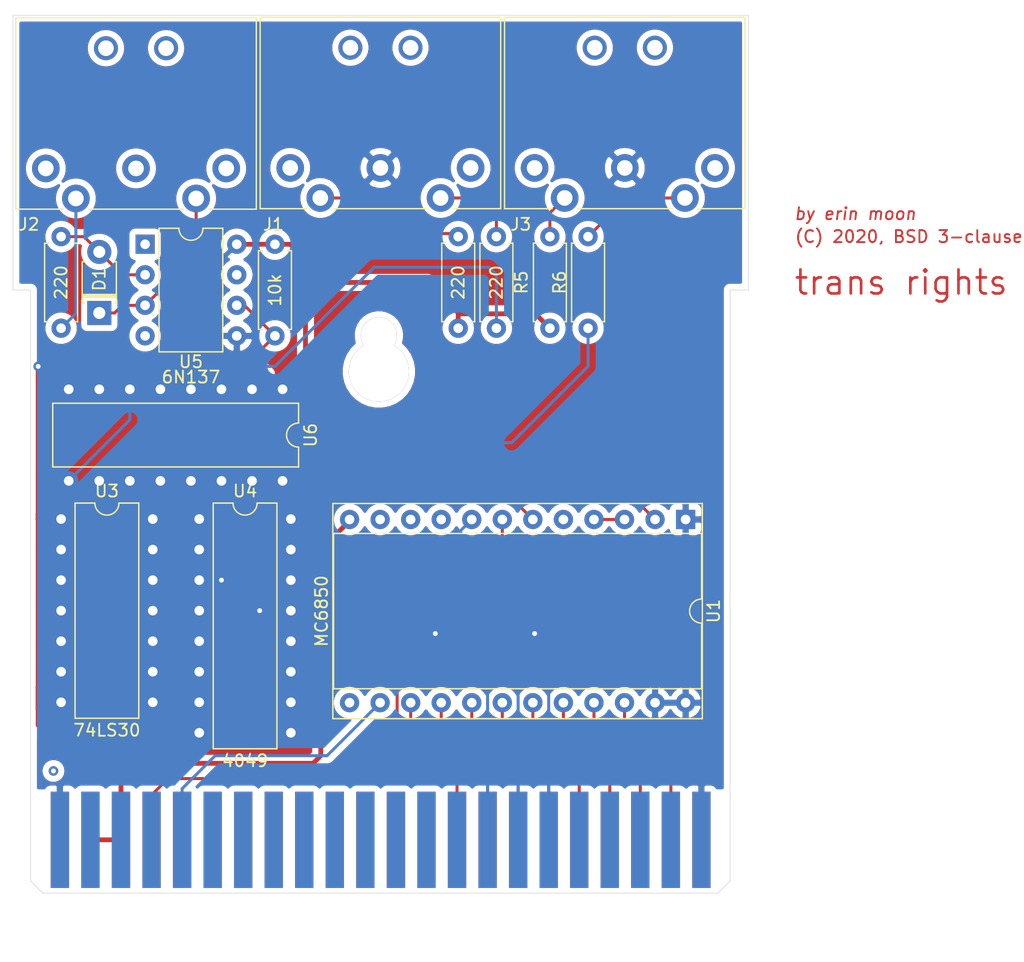
<source format=kicad_pcb>
(kicad_pcb (version 20171130) (host pcbnew 5.1.6)
  (layers (0 F.Cu signal) (31 B.Cu signal) (34 B.Paste user) (35 F.Paste user) (36 B.SilkS user) (37 F.SilkS user) (38 B.Mask user) (39 F.Mask user) (44 Edge.Cuts user))
  (net 0 "")
  (net 1 /d2)
  (net 2 /d3)
  (net 3 /d4)
  (net 4 /d5)
  (net 5 /d6)
  (net 6 /d7)
  (net 7 /phi2)
  (net 8 +5V)
  (net 9 /CS0)
  (net 10 /TxD)
  (net 11 GND)
  (net 12 /6850_CLK)
  (net 13 /d0)
  (net 14 /RxD)
  (net 15 /d1)
  (net 16 "Net-(U2-Pad6)")
  (net 17 "Net-(U2-Pad7)")
  (net 18 "Net-(U2-Pad8)")
  (net 19 "Net-(U2-Pad9)")
  (net 20 "Net-(U2-Pad10)")
  (net 21 "Net-(U2-Pad11)")
  (net 22 "Net-(U2-Pad13)")
  (net 23 "Net-(U2-Pad12)")
  (net 24 "Net-(U2-PadF)")
  (net 25 "Net-(U2-PadH)")
  (net 26 "Net-(U2-PadJ)")
  (net 27 "Net-(U2-PadK)")
  (net 28 "Net-(U2-PadL)")
  (net 29 "Net-(U2-PadM)")
  (net 30 "Net-(U2-PadB)")
  (net 31 "Net-(U2-PadC)")
  (net 32 "Net-(U2-PadD)")
  (net 33 "Net-(U2-PadV)")
  (net 34 "Net-(U2-PadW)")
  (net 35 "Net-(U2-PadY)")
  (net 36 "Net-(U2-PadR)")
  (net 37 "Net-(U2-PadP)")
  (net 38 "Net-(U2-PadN)")
  (net 39 /~irq~)
  (net 40 /cart-r~w~)
  (net 41 "Net-(U3-Pad5)")
  (net 42 "Net-(U3-Pad4)")
  (net 43 "Net-(U3-Pad3)")
  (net 44 "Net-(U3-Pad2)")
  (net 45 "Net-(U3-Pad8)")
  (net 46 "Net-(U3-Pad1)")
  (net 47 /~io1~)
  (net 48 /a5)
  (net 49 /a6)
  (net 50 /asel0)
  (net 51 /a4)
  (net 52 "Net-(J1-Pad5)")
  (net 53 "Net-(J1-Pad3)")
  (net 54 "Net-(J1-Pad1)")
  (net 55 "Net-(J1-Pad4)")
  (net 56 "Net-(J2-Pad3)")
  (net 57 "Net-(J2-Pad2)")
  (net 58 "Net-(J2-Pad1)")
  (net 59 "Net-(J2-Pad4)")
  (net 60 "Net-(J3-Pad5)")
  (net 61 "Net-(J3-Pad3)")
  (net 62 "Net-(J3-Pad1)")
  (net 63 "Net-(J3-Pad4)")
  (net 64 "Net-(D1-Pad2)")
  (net 65 "Net-(D1-Pad1)")
  (net 66 /midi_in)
  (net 67 "Net-(U5-Pad7)")
  (net 68 "Net-(U5-Pad1)")
  (net 69 /midi_out)
  (net 70 /midi_thru)
  (net 71 "Net-(U6-Pad2)")
  (net 72 "Net-(U6-Pad6)")
  (net 73 /a1)
  (module Package_DIP:DIP-16_W7.62mm (layer F.Cu) (at 110.49 90.17 270)
    (fp_text reference U6 (at 3.81 -2.33 90) (layer F.SilkS))
    (fp_text value 4049)
    (fp_line (start 6.46 -1.33) (end 4.81 -1.33) (layer F.SilkS) (width 0.12))
    (fp_line (start 6.46 19.11) (end 6.46 -1.33) (layer F.SilkS) (width 0.12))
    (fp_line (start 1.16 19.11) (end 6.46 19.11) (layer F.SilkS) (width 0.12))
    (fp_line (start 1.16 -1.33) (end 1.16 19.11) (layer F.SilkS) (width 0.12))
    (fp_line (start 2.81 -1.33) (end 1.16 -1.33) (layer F.SilkS) (width 0.12))
    (fp_arc (start 3.81 -1.33) (end 2.81 -1.33) (angle -180) (layer F.SilkS) (width 0.12))
    (pad 1 thru_hole rect (at 0 0 270) (size 1.6 1.6) (drill 0.8) (layers *.Cu *.Mask) (net 8 +5V))
    (pad 9 thru_hole oval (at 7.62 17.78 270) (size 1.6 1.6) (drill 0.8) (layers *.Cu *.Mask) (net 72 "Net-(U6-Pad6)"))
    (pad 2 thru_hole oval (at 0 2.54 270) (size 1.6 1.6) (drill 0.8) (layers *.Cu *.Mask) (net 71 "Net-(U6-Pad2)"))
    (pad 10 thru_hole oval (at 7.62 15.24 270) (size 1.6 1.6) (drill 0.8) (layers *.Cu *.Mask) (net 69 /midi_out))
    (pad 3 thru_hole oval (at 0 5.08 270) (size 1.6 1.6) (drill 0.8) (layers *.Cu *.Mask) (net 14 /RxD))
    (pad 11 thru_hole oval (at 7.62 12.7 270) (size 1.6 1.6) (drill 0.8) (layers *.Cu *.Mask))
    (pad 4 thru_hole oval (at 0 7.62 270) (size 1.6 1.6) (drill 0.8) (layers *.Cu *.Mask) (net 70 /midi_thru))
    (pad 12 thru_hole oval (at 7.62 10.16 270) (size 1.6 1.6) (drill 0.8) (layers *.Cu *.Mask))
    (pad 5 thru_hole oval (at 0 10.16 270) (size 1.6 1.6) (drill 0.8) (layers *.Cu *.Mask) (net 71 "Net-(U6-Pad2)"))
    (pad 13 thru_hole oval (at 7.62 7.62 270) (size 1.6 1.6) (drill 0.8) (layers *.Cu *.Mask))
    (pad 6 thru_hole oval (at 0 12.7 270) (size 1.6 1.6) (drill 0.8) (layers *.Cu *.Mask) (net 72 "Net-(U6-Pad6)"))
    (pad 14 thru_hole oval (at 7.62 5.08 270) (size 1.6 1.6) (drill 0.8) (layers *.Cu *.Mask))
    (pad 7 thru_hole oval (at 0 15.24 270) (size 1.6 1.6) (drill 0.8) (layers *.Cu *.Mask) (net 10 /TxD))
    (pad 15 thru_hole oval (at 7.62 2.54 270) (size 1.6 1.6) (drill 0.8) (layers *.Cu *.Mask))
    (pad 8 thru_hole oval (at 0 17.78 270) (size 1.6 1.6) (drill 0.8) (layers *.Cu *.Mask) (net 11 GND))
    (pad 16 thru_hole oval (at 7.62 0 270) (size 1.6 1.6) (drill 0.8) (layers *.Cu *.Mask))
  )
  (module Package_DIP:DIP-16_W7.62mm (layer F.Cu) (at 103.56 100.965)
    (fp_text reference U4 (at 3.81 -2.33) (layer F.SilkS))
    (fp_text value 4049 (at 3.81 20.11) (layer F.SilkS))
    (fp_line (start 6.46 -1.33) (end 4.81 -1.33) (layer F.SilkS) (width 0.12))
    (fp_line (start 6.46 19.11) (end 6.46 -1.33) (layer F.SilkS) (width 0.12))
    (fp_line (start 1.16 19.11) (end 6.46 19.11) (layer F.SilkS) (width 0.12))
    (fp_line (start 1.16 -1.33) (end 1.16 19.11) (layer F.SilkS) (width 0.12))
    (fp_line (start 2.81 -1.33) (end 1.16 -1.33) (layer F.SilkS) (width 0.12))
    (fp_arc (start 3.81 -1.33) (end 2.81 -1.33) (angle -180) (layer F.SilkS) (width 0.12))
    (pad 1 thru_hole rect (at 0 0) (size 1.6 1.6) (drill 0.8) (layers *.Cu *.Mask) (net 8 +5V))
    (pad 9 thru_hole oval (at 7.62 17.78) (size 1.6 1.6) (drill 0.8) (layers *.Cu *.Mask) (net 47 /~io1~))
    (pad 2 thru_hole oval (at 0 2.54) (size 1.6 1.6) (drill 0.8) (layers *.Cu *.Mask) (net 46 "Net-(U3-Pad1)"))
    (pad 10 thru_hole oval (at 7.62 15.24) (size 1.6 1.6) (drill 0.8) (layers *.Cu *.Mask) (net 42 "Net-(U3-Pad4)"))
    (pad 3 thru_hole oval (at 0 5.08) (size 1.6 1.6) (drill 0.8) (layers *.Cu *.Mask) (net 49 /a6))
    (pad 11 thru_hole oval (at 7.62 12.7) (size 1.6 1.6) (drill 0.8) (layers *.Cu *.Mask) (net 50 /asel0))
    (pad 4 thru_hole oval (at 0 7.62) (size 1.6 1.6) (drill 0.8) (layers *.Cu *.Mask) (net 44 "Net-(U3-Pad2)"))
    (pad 12 thru_hole oval (at 7.62 10.16) (size 1.6 1.6) (drill 0.8) (layers *.Cu *.Mask) (net 41 "Net-(U3-Pad5)"))
    (pad 5 thru_hole oval (at 0 10.16) (size 1.6 1.6) (drill 0.8) (layers *.Cu *.Mask) (net 48 /a5))
    (pad 13 thru_hole oval (at 7.62 7.62) (size 1.6 1.6) (drill 0.8) (layers *.Cu *.Mask))
    (pad 6 thru_hole oval (at 0 12.7) (size 1.6 1.6) (drill 0.8) (layers *.Cu *.Mask) (net 43 "Net-(U3-Pad3)"))
    (pad 14 thru_hole oval (at 7.62 5.08) (size 1.6 1.6) (drill 0.8) (layers *.Cu *.Mask) (net 45 "Net-(U3-Pad8)"))
    (pad 7 thru_hole oval (at 0 15.24) (size 1.6 1.6) (drill 0.8) (layers *.Cu *.Mask) (net 51 /a4))
    (pad 15 thru_hole oval (at 7.62 2.54) (size 1.6 1.6) (drill 0.8) (layers *.Cu *.Mask) (net 9 /CS0))
    (pad 8 thru_hole oval (at 0 17.78) (size 1.6 1.6) (drill 0.8) (layers *.Cu *.Mask) (net 11 GND))
    (pad 16 thru_hole oval (at 7.62 0) (size 1.6 1.6) (drill 0.8) (layers *.Cu *.Mask))
  )
  (module Package_DIP:DIP-14_W7.62mm (layer F.Cu) (at 92.075 100.965)
    (fp_text reference U3 (at 3.81 -2.33) (layer F.SilkS))
    (fp_text value 74LS30 (at 3.81 17.57) (layer F.SilkS))
    (fp_line (start 6.46 -1.33) (end 4.81 -1.33) (layer F.SilkS) (width 0.12))
    (fp_line (start 6.46 16.57) (end 6.46 -1.33) (layer F.SilkS) (width 0.12))
    (fp_line (start 1.16 16.57) (end 6.46 16.57) (layer F.SilkS) (width 0.12))
    (fp_line (start 1.16 -1.33) (end 1.16 16.57) (layer F.SilkS) (width 0.12))
    (fp_line (start 2.81 -1.33) (end 1.16 -1.33) (layer F.SilkS) (width 0.12))
    (fp_arc (start 3.81 -1.33) (end 2.81 -1.33) (angle -180) (layer F.SilkS) (width 0.12))
    (pad 1 thru_hole rect (at 0 0) (size 1.6 1.6) (drill 0.8) (layers *.Cu *.Mask) (net 46 "Net-(U3-Pad1)"))
    (pad 8 thru_hole oval (at 7.62 15.24) (size 1.6 1.6) (drill 0.8) (layers *.Cu *.Mask) (net 45 "Net-(U3-Pad8)"))
    (pad 2 thru_hole oval (at 0 2.54) (size 1.6 1.6) (drill 0.8) (layers *.Cu *.Mask) (net 44 "Net-(U3-Pad2)"))
    (pad 9 thru_hole oval (at 7.62 12.7) (size 1.6 1.6) (drill 0.8) (layers *.Cu *.Mask))
    (pad 3 thru_hole oval (at 0 5.08) (size 1.6 1.6) (drill 0.8) (layers *.Cu *.Mask) (net 43 "Net-(U3-Pad3)"))
    (pad 10 thru_hole oval (at 7.62 10.16) (size 1.6 1.6) (drill 0.8) (layers *.Cu *.Mask))
    (pad 4 thru_hole oval (at 0 7.62) (size 1.6 1.6) (drill 0.8) (layers *.Cu *.Mask) (net 42 "Net-(U3-Pad4)"))
    (pad 11 thru_hole oval (at 7.62 7.62) (size 1.6 1.6) (drill 0.8) (layers *.Cu *.Mask) (net 8 +5V))
    (pad 5 thru_hole oval (at 0 10.16) (size 1.6 1.6) (drill 0.8) (layers *.Cu *.Mask) (net 41 "Net-(U3-Pad5)"))
    (pad 12 thru_hole oval (at 7.62 5.08) (size 1.6 1.6) (drill 0.8) (layers *.Cu *.Mask) (net 8 +5V))
    (pad 6 thru_hole oval (at 0 12.7) (size 1.6 1.6) (drill 0.8) (layers *.Cu *.Mask) (net 8 +5V))
    (pad 13 thru_hole oval (at 7.62 2.54) (size 1.6 1.6) (drill 0.8) (layers *.Cu *.Mask))
    (pad 7 thru_hole oval (at 0 15.24) (size 1.6 1.6) (drill 0.8) (layers *.Cu *.Mask) (net 11 GND))
    (pad 14 thru_hole oval (at 7.62 0) (size 1.6 1.6) (drill 0.8) (layers *.Cu *.Mask) (net 8 +5V))
  )
  (module midiskirt:C64-Cart-NoSilkS (layer F.Cu) (at 89.434999 131.585)
    (fp_text reference U2 hide)
    (fp_text value C64-Exp-Port hide)
    (pad 1 smd rect (at 2.54 -3.938274 180) (size 1.524 8) (layers F.Cu F.Mask) (net 11 GND))
    (pad 4 smd rect (at 10.16 -3.938274 180) (size 1.524 8) (layers F.Cu F.Mask) (net 39 /~irq~))
    (pad 5 smd rect (at 12.7 -3.938274 180) (size 1.524 8) (layers F.Cu F.Mask) (net 40 /cart-r~w~))
    (pad 6 smd rect (at 15.24 -3.938274 180) (size 1.524 8) (layers F.Cu F.Mask) (net 16 "Net-(U2-Pad6)"))
    (pad 7 smd rect (at 17.78 -3.938274 180) (size 1.524 8) (layers F.Cu F.Mask) (net 17 "Net-(U2-Pad7)"))
    (pad 8 smd rect (at 20.32 -3.938274 180) (size 1.524 8) (layers F.Cu F.Mask) (net 18 "Net-(U2-Pad8)"))
    (pad 9 smd rect (at 22.86 -3.938274 180) (size 1.524 8) (layers F.Cu F.Mask) (net 19 "Net-(U2-Pad9)"))
    (pad 10 smd rect (at 25.4 -3.938274 180) (size 1.524 8) (layers F.Cu F.Mask) (net 20 "Net-(U2-Pad10)"))
    (pad 11 smd rect (at 27.94 -3.938274 180) (size 1.524 8) (layers F.Cu F.Mask) (net 21 "Net-(U2-Pad11)"))
    (pad 13 smd rect (at 33.02 -3.938274 180) (size 1.524 8) (layers F.Cu F.Mask) (net 22 "Net-(U2-Pad13)"))
    (pad 14 smd rect (at 35.56 -3.938274 180) (size 1.524 8) (layers F.Cu F.Mask) (net 6 /d7))
    (pad 12 smd rect (at 30.48 -3.938274 180) (size 1.524 8) (layers F.Cu F.Mask) (net 23 "Net-(U2-Pad12)"))
    (pad 2 smd rect (at 5.08 -3.938274 180) (size 1.524 8) (layers F.Cu F.Mask) (net 8 +5V))
    (pad 3 smd rect (at 7.62 -3.938274 180) (size 1.524 8) (layers F.Cu F.Mask) (net 8 +5V))
    (pad 15 smd rect (at 38.1 -3.938274 180) (size 1.524 8) (layers F.Cu F.Mask) (net 5 /d6))
    (pad 16 smd rect (at 40.64 -3.938274 180) (size 1.524 8) (layers F.Cu F.Mask) (net 4 /d5))
    (pad 17 smd rect (at 43.18 -3.938274 180) (size 1.524 8) (layers F.Cu F.Mask) (net 3 /d4))
    (pad 18 smd rect (at 45.72 -3.938274 180) (size 1.524 8) (layers F.Cu F.Mask) (net 2 /d3))
    (pad 19 smd rect (at 48.26 -3.938274 180) (size 1.524 8) (layers F.Cu F.Mask) (net 1 /d2))
    (pad 20 smd rect (at 50.8 -3.938274 180) (size 1.524 8) (layers F.Cu F.Mask) (net 15 /d1))
    (pad 21 smd rect (at 53.34 -3.938274 180) (size 1.524 8) (layers F.Cu F.Mask) (net 13 /d0))
    (pad 22 smd rect (at 55.88 -3.938274 180) (size 1.524 8) (layers F.Cu F.Mask) (net 11 GND))
    (pad F smd rect (at 15.24 -3.938274) (size 1.524 8) (layers B.Cu B.Mask) (net 24 "Net-(U2-PadF)"))
    (pad H smd rect (at 17.78 -3.938274) (size 1.524 8) (layers B.Cu B.Mask) (net 25 "Net-(U2-PadH)"))
    (pad J smd rect (at 20.32 -3.938274) (size 1.524 8) (layers B.Cu B.Mask) (net 26 "Net-(U2-PadJ)"))
    (pad K smd rect (at 22.86 -3.938274) (size 1.524 8) (layers B.Cu B.Mask) (net 27 "Net-(U2-PadK)"))
    (pad L smd rect (at 25.4 -3.938274) (size 1.524 8) (layers B.Cu B.Mask) (net 28 "Net-(U2-PadL)"))
    (pad M smd rect (at 27.94 -3.938274) (size 1.524 8) (layers B.Cu B.Mask) (net 29 "Net-(U2-PadM)"))
    (pad B smd rect (at 5.08 -3.938274) (size 1.524 8) (layers B.Cu B.Mask) (net 30 "Net-(U2-PadB)"))
    (pad C smd rect (at 7.62 -3.938274) (size 1.524 8) (layers B.Cu B.Mask) (net 31 "Net-(U2-PadC)"))
    (pad D smd rect (at 10.16 -3.938274) (size 1.524 8) (layers B.Cu B.Mask) (net 32 "Net-(U2-PadD)"))
    (pad E smd rect (at 12.7 -3.938274) (size 1.524 8) (layers B.Cu B.Mask) (net 7 /phi2))
    (pad A smd rect (at 2.54 -3.938274) (size 1.524 8) (layers B.Cu B.Mask) (net 11 GND))
    (pad U smd rect (at 43.18 -3.938274) (size 1.524 8) (layers B.Cu B.Mask) (net 51 /a4))
    (pad V smd rect (at 45.72 -3.938274) (size 1.524 8) (layers B.Cu B.Mask) (net 33 "Net-(U2-PadV)"))
    (pad W smd rect (at 48.26 -3.938274) (size 1.524 8) (layers B.Cu B.Mask) (net 34 "Net-(U2-PadW)"))
    (pad X smd rect (at 50.8 -3.938274) (size 1.524 8) (layers B.Cu B.Mask) (net 73 /a1))
    (pad Y smd rect (at 53.34 -3.938274) (size 1.524 8) (layers B.Cu B.Mask) (net 35 "Net-(U2-PadY)"))
    (pad Z smd rect (at 55.88 -3.938274) (size 1.524 8) (layers B.Cu B.Mask) (net 11 GND))
    (pad R smd rect (at 35.56 -3.938274) (size 1.524 8) (layers B.Cu B.Mask) (net 36 "Net-(U2-PadR)"))
    (pad S smd rect (at 38.1 -3.938274) (size 1.524 8) (layers B.Cu B.Mask) (net 49 /a6))
    (pad T smd rect (at 40.64 -3.938274) (size 1.524 8) (layers B.Cu B.Mask) (net 48 /a5))
    (pad P smd rect (at 33.02 -3.938274) (size 1.524 8) (layers B.Cu B.Mask) (net 37 "Net-(U2-PadP)"))
    (pad N smd rect (at 30.48 -3.938274) (size 1.524 8) (layers B.Cu B.Mask) (net 38 "Net-(U2-PadN)"))
    (pad NC thru_hole circle (at 29.0627 -42.8954) (size 5 5) (drill 5) (layers *.Cu *.Mask))
    (pad NC thru_hole circle (at 29.0627 -45.9) (size 3 3) (drill 3) (layers *.Cu *.Mask))
  )
  (module Resistor_THT:R_Axial_DIN0207_L6.3mm_D2.5mm_P7.62mm_Horizontal (layer F.Cu) (at 135.89 85.09 90)
    (fp_text reference R6 (at 3.81 -2.37 90) (layer F.SilkS))
    (fp_text value 220)
    (fp_line (start 7.08 1.37) (end 7.08 1.04) (layer F.SilkS) (width 0.12))
    (fp_line (start 0.54 1.37) (end 7.08 1.37) (layer F.SilkS) (width 0.12))
    (fp_line (start 0.54 1.04) (end 0.54 1.37) (layer F.SilkS) (width 0.12))
    (fp_line (start 7.08 -1.37) (end 7.08 -1.04) (layer F.SilkS) (width 0.12))
    (fp_line (start 0.54 -1.37) (end 7.08 -1.37) (layer F.SilkS) (width 0.12))
    (fp_line (start 0.54 -1.04) (end 0.54 -1.37) (layer F.SilkS) (width 0.12))
    (pad 1 thru_hole circle (at 0 0 90) (size 1.6 1.6) (drill 0.8) (layers *.Cu *.Mask))
    (pad 2 thru_hole oval (at 7.62 0 90) (size 1.6 1.6) (drill 0.8) (layers *.Cu *.Mask) (net 60 "Net-(J3-Pad5)"))
  )
  (module Resistor_THT:R_Axial_DIN0207_L6.3mm_D2.5mm_P7.62mm_Horizontal (layer F.Cu) (at 132.715 85.09 90)
    (fp_text reference R5 (at 3.81 -2.37 90) (layer F.SilkS))
    (fp_text value 220)
    (fp_line (start 0.54 -1.04) (end 0.54 -1.37) (layer F.SilkS) (width 0.12))
    (fp_line (start 0.54 -1.37) (end 7.08 -1.37) (layer F.SilkS) (width 0.12))
    (fp_line (start 7.08 -1.37) (end 7.08 -1.04) (layer F.SilkS) (width 0.12))
    (fp_line (start 0.54 1.04) (end 0.54 1.37) (layer F.SilkS) (width 0.12))
    (fp_line (start 0.54 1.37) (end 7.08 1.37) (layer F.SilkS) (width 0.12))
    (fp_line (start 7.08 1.37) (end 7.08 1.04) (layer F.SilkS) (width 0.12))
    (pad 2 thru_hole oval (at 7.62 0 90) (size 1.6 1.6) (drill 0.8) (layers *.Cu *.Mask) (net 63 "Net-(J3-Pad4)"))
    (pad 1 thru_hole circle (at 0 0 90) (size 1.6 1.6) (drill 0.8) (layers *.Cu *.Mask) (net 8 +5V))
  )
  (module Package_DIP:DIP-8_W7.62mm (layer F.Cu) (at 99.06 78.105)
    (fp_text reference U5 (at 3.81 9.779) (layer F.SilkS))
    (fp_text value 6N137 (at 3.81 11.049) (layer F.SilkS))
    (fp_arc (start 3.81 -1.33) (end 2.81 -1.33) (angle -180) (layer F.SilkS) (width 0.12))
    (fp_line (start 2.81 -1.33) (end 1.16 -1.33) (layer F.SilkS) (width 0.12))
    (fp_line (start 1.16 -1.33) (end 1.16 8.95) (layer F.SilkS) (width 0.12))
    (fp_line (start 1.16 8.95) (end 6.46 8.95) (layer F.SilkS) (width 0.12))
    (fp_line (start 6.46 8.95) (end 6.46 -1.33) (layer F.SilkS) (width 0.12))
    (fp_line (start 6.46 -1.33) (end 4.81 -1.33) (layer F.SilkS) (width 0.12))
    (pad 8 thru_hole oval (at 7.62 0) (size 1.6 1.6) (drill 0.8) (layers *.Cu *.Mask) (net 8 +5V))
    (pad 4 thru_hole oval (at 0 7.62) (size 1.6 1.6) (drill 0.8) (layers *.Cu *.Mask))
    (pad 7 thru_hole oval (at 7.62 2.54) (size 1.6 1.6) (drill 0.8) (layers *.Cu *.Mask) (net 67 "Net-(U5-Pad7)"))
    (pad 3 thru_hole oval (at 0 5.08) (size 1.6 1.6) (drill 0.8) (layers *.Cu *.Mask) (net 65 "Net-(D1-Pad1)"))
    (pad 6 thru_hole oval (at 7.62 5.08) (size 1.6 1.6) (drill 0.8) (layers *.Cu *.Mask) (net 66 /midi_in))
    (pad 2 thru_hole oval (at 0 2.54) (size 1.6 1.6) (drill 0.8) (layers *.Cu *.Mask) (net 64 "Net-(D1-Pad2)"))
    (pad 5 thru_hole oval (at 7.62 7.62) (size 1.6 1.6) (drill 0.8) (layers *.Cu *.Mask) (net 11 GND))
    (pad 1 thru_hole rect (at 0 0) (size 1.6 1.6) (drill 0.8) (layers *.Cu *.Mask) (net 68 "Net-(U5-Pad1)"))
  )
  (module Resistor_THT:R_Axial_DIN0207_L6.3mm_D2.5mm_P7.62mm_Horizontal (layer F.Cu) (at 128.27 85.09 90)
    (fp_text reference R4 hide)
    (fp_text value 220 (at 3.81 0 90) (layer F.SilkS))
    (fp_line (start 7.08 1.37) (end 7.08 1.04) (layer F.SilkS) (width 0.12))
    (fp_line (start 0.54 1.37) (end 7.08 1.37) (layer F.SilkS) (width 0.12))
    (fp_line (start 0.54 1.04) (end 0.54 1.37) (layer F.SilkS) (width 0.12))
    (fp_line (start 7.08 -1.37) (end 7.08 -1.04) (layer F.SilkS) (width 0.12))
    (fp_line (start 0.54 -1.37) (end 7.08 -1.37) (layer F.SilkS) (width 0.12))
    (fp_line (start 0.54 -1.04) (end 0.54 -1.37) (layer F.SilkS) (width 0.12))
    (pad 1 thru_hole circle (at 0 0 90) (size 1.6 1.6) (drill 0.8) (layers *.Cu *.Mask))
    (pad 2 thru_hole oval (at 7.62 0 90) (size 1.6 1.6) (drill 0.8) (layers *.Cu *.Mask) (net 52 "Net-(J1-Pad5)"))
  )
  (module Resistor_THT:R_Axial_DIN0207_L6.3mm_D2.5mm_P7.62mm_Horizontal (layer F.Cu) (at 125.095 85.09 90)
    (fp_text reference R3 hide)
    (fp_text value 220 (at 3.81 0 90) (layer F.SilkS))
    (fp_line (start 7.08 1.37) (end 7.08 1.04) (layer F.SilkS) (width 0.12))
    (fp_line (start 0.54 1.37) (end 7.08 1.37) (layer F.SilkS) (width 0.12))
    (fp_line (start 0.54 1.04) (end 0.54 1.37) (layer F.SilkS) (width 0.12))
    (fp_line (start 7.08 -1.37) (end 7.08 -1.04) (layer F.SilkS) (width 0.12))
    (fp_line (start 0.54 -1.37) (end 7.08 -1.37) (layer F.SilkS) (width 0.12))
    (fp_line (start 0.54 -1.04) (end 0.54 -1.37) (layer F.SilkS) (width 0.12))
    (pad 1 thru_hole circle (at 0 0 90) (size 1.6 1.6) (drill 0.8) (layers *.Cu *.Mask) (net 8 +5V))
    (pad 2 thru_hole oval (at 7.62 0 90) (size 1.6 1.6) (drill 0.8) (layers *.Cu *.Mask) (net 55 "Net-(J1-Pad4)"))
  )
  (module Resistor_THT:R_Axial_DIN0207_L6.3mm_D2.5mm_P7.62mm_Horizontal (layer F.Cu) (at 109.855 78.105 270)
    (fp_text reference R2 hide)
    (fp_text value 10k (at 3.81 0 90) (layer F.SilkS))
    (fp_line (start 7.08 1.37) (end 7.08 1.04) (layer F.SilkS) (width 0.12))
    (fp_line (start 0.54 1.37) (end 7.08 1.37) (layer F.SilkS) (width 0.12))
    (fp_line (start 0.54 1.04) (end 0.54 1.37) (layer F.SilkS) (width 0.12))
    (fp_line (start 7.08 -1.37) (end 7.08 -1.04) (layer F.SilkS) (width 0.12))
    (fp_line (start 0.54 -1.37) (end 7.08 -1.37) (layer F.SilkS) (width 0.12))
    (fp_line (start 0.54 -1.04) (end 0.54 -1.37) (layer F.SilkS) (width 0.12))
    (pad 1 thru_hole circle (at 0 0 270) (size 1.6 1.6) (drill 0.8) (layers *.Cu *.Mask) (net 8 +5V))
    (pad 2 thru_hole oval (at 7.62 0 270) (size 1.6 1.6) (drill 0.8) (layers *.Cu *.Mask) (net 66 /midi_in))
  )
  (module Resistor_THT:R_Axial_DIN0207_L6.3mm_D2.5mm_P7.62mm_Horizontal (layer F.Cu) (at 92.075 77.47 270)
    (fp_text reference R1 hide)
    (fp_text value 220 (at 3.81 0 90) (layer F.SilkS))
    (fp_line (start 0.54 -1.04) (end 0.54 -1.37) (layer F.SilkS) (width 0.12))
    (fp_line (start 0.54 -1.37) (end 7.08 -1.37) (layer F.SilkS) (width 0.12))
    (fp_line (start 7.08 -1.37) (end 7.08 -1.04) (layer F.SilkS) (width 0.12))
    (fp_line (start 0.54 1.04) (end 0.54 1.37) (layer F.SilkS) (width 0.12))
    (fp_line (start 0.54 1.37) (end 7.08 1.37) (layer F.SilkS) (width 0.12))
    (fp_line (start 7.08 1.37) (end 7.08 1.04) (layer F.SilkS) (width 0.12))
    (pad 2 thru_hole oval (at 7.62 0 270) (size 1.6 1.6) (drill 0.8) (layers *.Cu *.Mask) (net 59 "Net-(J2-Pad4)"))
    (pad 1 thru_hole circle (at 0 0 270) (size 1.6 1.6) (drill 0.8) (layers *.Cu *.Mask) (net 64 "Net-(D1-Pad2)"))
  )
  (module Diode_THT:D_T-1_P5.08mm_Horizontal (layer F.Cu) (at 95.25 83.82 90)
    (fp_text reference D1 (at 2.794 0 90) (layer F.SilkS))
    (fp_text value D)
    (fp_line (start 0.82 -1.24) (end 0.82 -1.42) (layer F.SilkS) (width 0.12))
    (fp_line (start 0.82 -1.42) (end 4.26 -1.42) (layer F.SilkS) (width 0.12))
    (fp_line (start 4.26 -1.42) (end 4.26 -1.24) (layer F.SilkS) (width 0.12))
    (fp_line (start 0.82 1.24) (end 0.82 1.42) (layer F.SilkS) (width 0.12))
    (fp_line (start 0.82 1.42) (end 4.26 1.42) (layer F.SilkS) (width 0.12))
    (fp_line (start 4.26 1.42) (end 4.26 1.24) (layer F.SilkS) (width 0.12))
    (fp_line (start 1.42 -1.42) (end 1.42 1.42) (layer F.SilkS) (width 0.12))
    (fp_line (start 1.54 -1.42) (end 1.54 1.42) (layer F.SilkS) (width 0.12))
    (fp_line (start 1.3 -1.42) (end 1.3 1.42) (layer F.SilkS) (width 0.12))
    (pad 2 thru_hole oval (at 5.08 0 90) (size 2 2) (drill 1) (layers *.Cu *.Mask) (net 64 "Net-(D1-Pad2)"))
    (pad 1 thru_hole rect (at 0 0 90) (size 2 2) (drill 1) (layers *.Cu *.Mask) (net 65 "Net-(D1-Pad1)"))
  )
  (module midiskirt:SDS-50J (layer F.Cu) (at 131.445 71.755)
    (fp_text reference J3 (at -1.143 4.699) (layer F.SilkS))
    (fp_text value DIN-5)
    (fp_line (start 1.46 3.39) (end -2.5 3.39) (layer F.SilkS) (width 0.12))
    (fp_line (start 11.44 3.39) (end 3.57 3.39) (layer F.SilkS) (width 0.12))
    (fp_line (start -2.5 3.39) (end -2.5 -12.54) (layer F.SilkS) (width 0.12))
    (fp_line (start 17.5 -12.54) (end -2.5 -12.54) (layer F.SilkS) (width 0.12))
    (fp_line (start 17.5 3.39) (end 17.5 -12.54) (layer F.SilkS) (width 0.12))
    (fp_line (start 17.5 3.39) (end 13.54 3.39) (layer F.SilkS) (width 0.12))
    (pad 5 thru_hole circle (at 12.5 2.5) (size 2.3 2.3) (drill 1.3) (layers *.Cu *.Mask) (net 60 "Net-(J3-Pad5)"))
    (pad "" thru_hole circle (at 5 -10) (size 2 2) (drill 1.3) (layers *.Cu *.Mask))
    (pad 3 thru_hole circle (at 15 0) (size 2.3 2.3) (drill 1.3) (layers *.Cu *.Mask) (net 61 "Net-(J3-Pad3)"))
    (pad 2 thru_hole circle (at 7.5 0) (size 2.3 2.3) (drill 1.3) (layers *.Cu *.Mask) (net 11 GND))
    (pad 1 thru_hole circle (at 0 0) (size 2.3 2.3) (drill 1.3) (layers *.Cu *.Mask) (net 62 "Net-(J3-Pad1)"))
    (pad 4 thru_hole circle (at 2.5 2.5) (size 2.3 2.3) (drill 1.3) (layers *.Cu *.Mask) (net 63 "Net-(J3-Pad4)"))
    (pad "" thru_hole circle (at 10 -10) (size 2 2) (drill 1.3) (layers *.Cu *.Mask))
  )
  (module midiskirt:SDS-50J (layer F.Cu) (at 90.805 71.795)
    (fp_text reference J2 (at -1.397 4.659) (layer F.SilkS))
    (fp_text value DIN-5)
    (fp_line (start 1.46 3.39) (end -2.5 3.39) (layer F.SilkS) (width 0.12))
    (fp_line (start 11.44 3.39) (end 3.57 3.39) (layer F.SilkS) (width 0.12))
    (fp_line (start -2.5 3.39) (end -2.5 -12.54) (layer F.SilkS) (width 0.12))
    (fp_line (start 17.5 -12.54) (end -2.5 -12.54) (layer F.SilkS) (width 0.12))
    (fp_line (start 17.5 3.39) (end 17.5 -12.54) (layer F.SilkS) (width 0.12))
    (fp_line (start 17.5 3.39) (end 13.54 3.39) (layer F.SilkS) (width 0.12))
    (pad 5 thru_hole circle (at 12.5 2.5) (size 2.3 2.3) (drill 1.3) (layers *.Cu *.Mask) (net 65 "Net-(D1-Pad1)"))
    (pad "" thru_hole circle (at 5 -10) (size 2 2) (drill 1.3) (layers *.Cu *.Mask))
    (pad 3 thru_hole circle (at 15 0) (size 2.3 2.3) (drill 1.3) (layers *.Cu *.Mask) (net 56 "Net-(J2-Pad3)"))
    (pad 2 thru_hole circle (at 7.5 0) (size 2.3 2.3) (drill 1.3) (layers *.Cu *.Mask) (net 57 "Net-(J2-Pad2)"))
    (pad 1 thru_hole circle (at 0 0) (size 2.3 2.3) (drill 1.3) (layers *.Cu *.Mask) (net 58 "Net-(J2-Pad1)"))
    (pad 4 thru_hole circle (at 2.5 2.5) (size 2.3 2.3) (drill 1.3) (layers *.Cu *.Mask) (net 59 "Net-(J2-Pad4)"))
    (pad "" thru_hole circle (at 10 -10) (size 2 2) (drill 1.3) (layers *.Cu *.Mask))
  )
  (module midiskirt:SDS-50J (layer F.Cu) (at 111.125 71.755)
    (fp_text reference J1 (at -1.397 4.699) (layer F.SilkS))
    (fp_text value DIN-5)
    (fp_line (start 1.46 3.39) (end -2.5 3.39) (layer F.SilkS) (width 0.12))
    (fp_line (start 11.44 3.39) (end 3.57 3.39) (layer F.SilkS) (width 0.12))
    (fp_line (start -2.5 3.39) (end -2.5 -12.54) (layer F.SilkS) (width 0.12))
    (fp_line (start 17.5 -12.54) (end -2.5 -12.54) (layer F.SilkS) (width 0.12))
    (fp_line (start 17.5 3.39) (end 17.5 -12.54) (layer F.SilkS) (width 0.12))
    (fp_line (start 17.5 3.39) (end 13.54 3.39) (layer F.SilkS) (width 0.12))
    (pad 5 thru_hole circle (at 12.5 2.5) (size 2.3 2.3) (drill 1.3) (layers *.Cu *.Mask) (net 52 "Net-(J1-Pad5)"))
    (pad "" thru_hole circle (at 5 -10) (size 2 2) (drill 1.3) (layers *.Cu *.Mask))
    (pad 3 thru_hole circle (at 15 0) (size 2.3 2.3) (drill 1.3) (layers *.Cu *.Mask) (net 53 "Net-(J1-Pad3)"))
    (pad 2 thru_hole circle (at 7.5 0) (size 2.3 2.3) (drill 1.3) (layers *.Cu *.Mask) (net 11 GND))
    (pad 1 thru_hole circle (at 0 0) (size 2.3 2.3) (drill 1.3) (layers *.Cu *.Mask) (net 54 "Net-(J1-Pad1)"))
    (pad 4 thru_hole circle (at 2.5 2.5) (size 2.3 2.3) (drill 1.3) (layers *.Cu *.Mask) (net 55 "Net-(J1-Pad4)"))
    (pad "" thru_hole circle (at 10 -10) (size 2 2) (drill 1.3) (layers *.Cu *.Mask))
  )
  (module Package_DIP:DIP-24_W15.24mm_Socket (layer F.Cu) (at 144 101 270)
    (fp_text reference U1 (at 7.62 -2.33 90) (layer F.SilkS))
    (fp_text value MC6850 (at 7.62 30.27 90) (layer F.SilkS))
    (fp_line (start 16.57 -1.39) (end -1.33 -1.39) (layer F.SilkS) (width 0.12))
    (fp_line (start 16.57 29.33) (end 16.57 -1.39) (layer F.SilkS) (width 0.12))
    (fp_line (start -1.33 29.33) (end 16.57 29.33) (layer F.SilkS) (width 0.12))
    (fp_line (start -1.33 -1.39) (end -1.33 29.33) (layer F.SilkS) (width 0.12))
    (fp_line (start 14.08 -1.33) (end 8.62 -1.33) (layer F.SilkS) (width 0.12))
    (fp_line (start 14.08 29.27) (end 14.08 -1.33) (layer F.SilkS) (width 0.12))
    (fp_line (start 1.16 29.27) (end 14.08 29.27) (layer F.SilkS) (width 0.12))
    (fp_line (start 1.16 -1.33) (end 1.16 29.27) (layer F.SilkS) (width 0.12))
    (fp_line (start 6.62 -1.33) (end 1.16 -1.33) (layer F.SilkS) (width 0.12))
    (fp_arc (start 7.62 -1.33) (end 6.62 -1.33) (angle -180) (layer F.SilkS) (width 0.12))
    (pad 1 thru_hole rect (at 0 0 270) (size 1.6 1.6) (drill 0.8) (layers *.Cu *.Mask) (net 11 GND))
    (pad 13 thru_hole oval (at 15.24 27.94 270) (size 1.6 1.6) (drill 0.8) (layers *.Cu *.Mask))
    (pad 2 thru_hole oval (at 0 2.54 270) (size 1.6 1.6) (drill 0.8) (layers *.Cu *.Mask))
    (pad 14 thru_hole oval (at 15.24 25.4 270) (size 1.6 1.6) (drill 0.8) (layers *.Cu *.Mask) (net 7 /phi2))
    (pad 3 thru_hole oval (at 0 5.08 270) (size 1.6 1.6) (drill 0.8) (layers *.Cu *.Mask) (net 12 /6850_CLK))
    (pad 15 thru_hole oval (at 15.24 22.86 270) (size 1.6 1.6) (drill 0.8) (layers *.Cu *.Mask) (net 6 /d7))
    (pad 4 thru_hole oval (at 0 7.62 270) (size 1.6 1.6) (drill 0.8) (layers *.Cu *.Mask) (net 12 /6850_CLK))
    (pad 16 thru_hole oval (at 15.24 20.32 270) (size 1.6 1.6) (drill 0.8) (layers *.Cu *.Mask) (net 5 /d6))
    (pad 5 thru_hole oval (at 0 10.16 270) (size 1.6 1.6) (drill 0.8) (layers *.Cu *.Mask))
    (pad 17 thru_hole oval (at 15.24 17.78 270) (size 1.6 1.6) (drill 0.8) (layers *.Cu *.Mask) (net 4 /d5))
    (pad 6 thru_hole oval (at 0 12.7 270) (size 1.6 1.6) (drill 0.8) (layers *.Cu *.Mask))
    (pad 18 thru_hole oval (at 15.24 15.24 270) (size 1.6 1.6) (drill 0.8) (layers *.Cu *.Mask) (net 3 /d4))
    (pad 7 thru_hole oval (at 0 15.24 270) (size 1.6 1.6) (drill 0.8) (layers *.Cu *.Mask) (net 39 /~irq~))
    (pad 19 thru_hole oval (at 15.24 12.7 270) (size 1.6 1.6) (drill 0.8) (layers *.Cu *.Mask) (net 2 /d3))
    (pad 8 thru_hole oval (at 0 17.78 270) (size 1.6 1.6) (drill 0.8) (layers *.Cu *.Mask))
    (pad 20 thru_hole oval (at 15.24 10.16 270) (size 1.6 1.6) (drill 0.8) (layers *.Cu *.Mask) (net 1 /d2))
    (pad 9 thru_hole oval (at 0 20.32 270) (size 1.6 1.6) (drill 0.8) (layers *.Cu *.Mask))
    (pad 21 thru_hole oval (at 15.24 7.62 270) (size 1.6 1.6) (drill 0.8) (layers *.Cu *.Mask) (net 15 /d1))
    (pad 10 thru_hole oval (at 0 22.86 270) (size 1.6 1.6) (drill 0.8) (layers *.Cu *.Mask))
    (pad 22 thru_hole oval (at 15.24 5.08 270) (size 1.6 1.6) (drill 0.8) (layers *.Cu *.Mask) (net 13 /d0))
    (pad 11 thru_hole oval (at 0 25.4 270) (size 1.6 1.6) (drill 0.8) (layers *.Cu *.Mask))
    (pad 23 thru_hole oval (at 15.24 2.54 270) (size 1.6 1.6) (drill 0.8) (layers *.Cu *.Mask) (net 11 GND))
    (pad 12 thru_hole oval (at 0 27.94 270) (size 1.6 1.6) (drill 0.8) (layers *.Cu *.Mask) (net 8 +5V))
    (pad 24 thru_hole oval (at 15.24 0 270) (size 1.6 1.6) (drill 0.8) (layers *.Cu *.Mask) (net 11 GND))
  )
  (gr_line (start 149.225 81.915) (end 147.701 81.915) (layer Edge.Cuts) (width 0.05))
  (gr_line (start 149.225 59.055) (end 149.225 81.915) (layer Edge.Cuts) (width 0.05))
  (gr_line (start 88.0745 59.055) (end 149.225 59.055) (layer Edge.Cuts) (width 0.05))
  (gr_line (start 88.0745 81.915) (end 88.0745 59.055) (layer Edge.Cuts) (width 0.05))
  (gr_line (start 89.535 81.915) (end 88.0745 81.915) (layer Edge.Cuts) (width 0.05))
  (gr_line (start 89.535 131.064) (end 90.551 132.08) (layer Edge.Cuts) (width 0.05))
  (gr_line (start 90.551 132.08) (end 146.685 132.08) (layer Edge.Cuts) (width 0.05))
  (gr_line (start 146.685 132.08) (end 147.701 131.064) (layer Edge.Cuts) (width 0.05))
  (gr_line (start 147.701 131.064) (end 147.701 81.915) (layer Edge.Cuts) (width 0.05))
  (gr_line (start 89.535 131.064) (end 89.535 81.915) (layer Edge.Cuts) (width 0.05))
  (gr_text "by erin moon" (at 158.115 75.565) (layer F.Cu) (effects (font (size 1 1) (thickness 0.15) italic)))
  (gr_text "(C) 2020, BSD 3-clause" (at 162.56 77.47) (layer F.Cu) (effects (font (size 1 1))))
  (gr_text "trans rights" (at 161.925 81.28) (layer F.Cu) (effects (font (size 2 2) (thickness 0.22))))
  (via (at 91.44 121.92) (size 0.8) (drill 0.4) (layers F.Cu B.Cu) (net 0))
  (segment (start 133.84 116.24) (end 133.84 118.6) (width 0.25) (layer F.Cu) (net 1))
  (segment (start 137.694999 122.454999) (end 137.694999 127.646726) (width 0.25) (layer F.Cu) (net 1))
  (segment (start 133.84 118.6) (end 137.694999 122.454999) (width 0.25) (layer F.Cu) (net 1))
  (segment (start 131.3 116.24) (end 131.3 118.6) (width 0.25) (layer F.Cu) (net 2))
  (segment (start 135.154999 122.454999) (end 135.154999 127.646726) (width 0.25) (layer F.Cu) (net 2))
  (segment (start 131.3 118.6) (end 135.154999 122.454999) (width 0.25) (layer F.Cu) (net 2))
  (segment (start 128.76 116.24) (end 128.76 118.6) (width 0.25) (layer F.Cu) (net 3))
  (segment (start 132.614999 122.454999) (end 132.614999 127.646726) (width 0.25) (layer F.Cu) (net 3))
  (segment (start 128.76 118.6) (end 132.614999 122.454999) (width 0.25) (layer F.Cu) (net 3))
  (segment (start 126.22 116.24) (end 126.22 118.6) (width 0.25) (layer F.Cu) (net 4))
  (segment (start 130.074999 122.454999) (end 130.074999 127.646726) (width 0.25) (layer F.Cu) (net 4))
  (segment (start 126.22 118.6) (end 130.074999 122.454999) (width 0.25) (layer F.Cu) (net 4))
  (segment (start 123.68 116.24) (end 123.68 118.6) (width 0.25) (layer F.Cu) (net 5))
  (segment (start 127.534999 122.454999) (end 127.534999 127.646726) (width 0.25) (layer F.Cu) (net 5))
  (segment (start 123.68 118.6) (end 127.534999 122.454999) (width 0.25) (layer F.Cu) (net 5))
  (segment (start 121.14 116.24) (end 121.14 118.6) (width 0.25) (layer F.Cu) (net 6))
  (segment (start 124.994999 122.454999) (end 124.994999 127.646726) (width 0.25) (layer F.Cu) (net 6))
  (segment (start 121.14 118.6) (end 124.994999 122.454999) (width 0.25) (layer F.Cu) (net 6))
  (segment (start 118.6 116.24) (end 114.19 120.65) (width 0.25) (layer B.Cu) (net 7))
  (segment (start 102.134999 123.396726) (end 102.134999 127.646726) (width 0.25) (layer B.Cu) (net 7))
  (segment (start 104.881725 120.65) (end 102.134999 123.396726) (width 0.25) (layer B.Cu) (net 7))
  (segment (start 114.19 120.65) (end 104.881725 120.65) (width 0.25) (layer B.Cu) (net 7))
  (segment (start 94.514999 127.646726) (end 97.054999 127.646726) (width 0.4) (layer F.Cu) (net 8))
  (segment (start 116.06 101.11) (end 116.06 101) (width 0.4) (layer F.Cu) (net 8))
  (segment (start 113.665 103.505) (end 116.06 101.11) (width 0.4) (layer F.Cu) (net 8))
  (segment (start 113.665 120.65) (end 113.665 103.505) (width 0.4) (layer F.Cu) (net 8))
  (segment (start 98.425 121.285) (end 113.03 121.285) (width 0.4) (layer F.Cu) (net 8))
  (segment (start 97.054999 122.655001) (end 98.425 121.285) (width 0.4) (layer F.Cu) (net 8))
  (segment (start 113.03 121.285) (end 113.665 120.65) (width 0.4) (layer F.Cu) (net 8))
  (segment (start 97.054999 127.646726) (end 97.054999 122.655001) (width 0.4) (layer F.Cu) (net 8))
  (segment (start 106.68 78.105) (end 109.855 78.105) (width 0.4) (layer F.Cu) (net 8))
  (segment (start 114.3 81.28) (end 122.555 81.28) (width 0.4) (layer F.Cu) (net 8))
  (segment (start 112.395 83.185) (end 114.3 81.28) (width 0.4) (layer F.Cu) (net 8))
  (segment (start 111.125 78.105) (end 109.855 78.105) (width 0.4) (layer F.Cu) (net 8))
  (segment (start 114.3 81.28) (end 111.125 78.105) (width 0.4) (layer F.Cu) (net 8))
  (segment (start 125.095 83.82) (end 125.095 85.09) (width 0.4) (layer F.Cu) (net 8))
  (segment (start 123.825 82.55) (end 125.095 83.82) (width 0.4) (layer F.Cu) (net 8))
  (segment (start 122.555 81.28) (end 123.825 82.55) (width 0.4) (layer F.Cu) (net 8))
  (segment (start 125.164999 83.889999) (end 125.095 83.82) (width 0.4) (layer F.Cu) (net 8))
  (segment (start 131.514999 83.889999) (end 125.164999 83.889999) (width 0.4) (layer F.Cu) (net 8))
  (segment (start 132.715 85.09) (end 131.514999 83.889999) (width 0.4) (layer F.Cu) (net 8))
  (segment (start 110.49 90.17) (end 112.395 90.17) (width 0.4) (layer F.Cu) (net 8))
  (segment (start 112.395 83.185) (end 112.395 90.17) (width 0.4) (layer F.Cu) (net 8))
  (segment (start 138.92 101) (end 136.38 101) (width 0.25) (layer F.Cu) (net 12))
  (segment (start 138.92 116.24) (end 138.92 118.6) (width 0.25) (layer F.Cu) (net 13))
  (segment (start 142.774999 122.454999) (end 142.774999 127.646726) (width 0.25) (layer F.Cu) (net 13))
  (segment (start 138.92 118.6) (end 142.774999 122.454999) (width 0.25) (layer F.Cu) (net 13))
  (segment (start 136.38 116.24) (end 136.38 118.6) (width 0.25) (layer F.Cu) (net 15))
  (segment (start 140.234999 122.454999) (end 140.234999 127.646726) (width 0.25) (layer F.Cu) (net 15))
  (segment (start 136.38 118.6) (end 140.234999 122.454999) (width 0.25) (layer F.Cu) (net 15))
  (segment (start 128.76 102.38) (end 128.76 101) (width 0.25) (layer F.Cu) (net 39))
  (segment (start 128.27 102.87) (end 128.76 102.38) (width 0.25) (layer F.Cu) (net 39))
  (segment (start 120.65 102.87) (end 128.27 102.87) (width 0.25) (layer F.Cu) (net 39))
  (segment (start 120.015 121.285) (end 120.015 103.505) (width 0.25) (layer F.Cu) (net 39))
  (segment (start 100.965 122.555) (end 118.745 122.555) (width 0.25) (layer F.Cu) (net 39))
  (segment (start 120.015 103.505) (end 120.65 102.87) (width 0.25) (layer F.Cu) (net 39))
  (segment (start 118.745 122.555) (end 120.015 121.285) (width 0.25) (layer F.Cu) (net 39))
  (segment (start 99.594999 123.925001) (end 100.965 122.555) (width 0.25) (layer F.Cu) (net 39))
  (segment (start 99.594999 127.646726) (end 99.594999 123.925001) (width 0.25) (layer F.Cu) (net 39))
  (segment (start 123.625 74.255) (end 126.96 74.255) (width 0.25) (layer F.Cu) (net 52))
  (segment (start 128.27 75.565) (end 128.27 77.216) (width 0.25) (layer F.Cu) (net 52))
  (segment (start 126.96 74.255) (end 128.27 75.565) (width 0.25) (layer F.Cu) (net 52))
  (segment (start 118.941998 74.255) (end 113.625 74.255) (width 0.25) (layer F.Cu) (net 55))
  (segment (start 121.902998 77.216) (end 118.941998 74.255) (width 0.25) (layer F.Cu) (net 55))
  (segment (start 124.841 77.216) (end 125.095 77.47) (width 0.25) (layer F.Cu) (net 55))
  (segment (start 121.902998 77.216) (end 124.841 77.216) (width 0.25) (layer F.Cu) (net 55))
  (segment (start 93.305 83.86) (end 92.075 85.09) (width 0.25) (layer B.Cu) (net 59))
  (segment (start 93.305 74.295) (end 93.305 83.86) (width 0.25) (layer B.Cu) (net 59))
  (segment (start 139.726 74.255) (end 143.945 74.255) (width 0.25) (layer F.Cu) (net 60))
  (segment (start 139.105 74.255) (end 139.726 74.255) (width 0.25) (layer F.Cu) (net 60))
  (segment (start 135.89 77.47) (end 139.105 74.255) (width 0.25) (layer F.Cu) (net 60))
  (segment (start 132.715 75.485) (end 132.715 77.47) (width 0.25) (layer F.Cu) (net 63))
  (segment (start 133.945 74.255) (end 132.715 75.485) (width 0.25) (layer F.Cu) (net 63))
  (segment (start 97.155 80.645) (end 99.06 80.645) (width 0.25) (layer F.Cu) (net 64))
  (segment (start 95.25 78.74) (end 97.155 80.645) (width 0.25) (layer F.Cu) (net 64))
  (segment (start 93.98 77.47) (end 95.25 78.74) (width 0.25) (layer F.Cu) (net 64))
  (segment (start 92.075 77.47) (end 93.98 77.47) (width 0.25) (layer F.Cu) (net 64))
  (segment (start 95.25 83.82) (end 96.52 83.82) (width 0.25) (layer F.Cu) (net 65))
  (segment (start 97.155 83.185) (end 99.06 83.185) (width 0.25) (layer F.Cu) (net 65))
  (segment (start 96.52 83.82) (end 97.155 83.185) (width 0.25) (layer F.Cu) (net 65))
  (segment (start 103.305 78.94) (end 103.305 74.295) (width 0.25) (layer F.Cu) (net 65))
  (segment (start 99.06 83.185) (end 103.305 78.94) (width 0.25) (layer F.Cu) (net 65))
  (segment (start 107.315 83.185) (end 106.68 83.185) (width 0.25) (layer F.Cu) (net 14))
  (segment (start 109.855 85.725) (end 107.315 83.185) (width 0.25) (layer F.Cu) (net 14))
  (segment (start 111.18 103.505) (end 123.715 103.505) (width 0.25) (layer B.Cu) (net 0))
  (segment (start 123.715 103.505) (end 126.22 101) (width 0.25) (layer B.Cu) (net 0))
  (segment (start 128.27 80.645) (end 128.27 85.09) (width 0.25) (layer B.Cu) (net 0))
  (segment (start 127.635 80.01) (end 128.27 80.645) (width 0.25) (layer B.Cu) (net 0))
  (segment (start 109.855 88.265) (end 118.11 80.01) (width 0.25) (layer B.Cu) (net 0))
  (segment (start 118.11 80.01) (end 127.635 80.01) (width 0.25) (layer B.Cu) (net 0))
  (segment (start 103.505 88.265) (end 109.855 88.265) (width 0.25) (layer B.Cu) (net 0))
  (segment (start 102.87 88.9) (end 103.505 88.265) (width 0.25) (layer B.Cu) (net 0))
  (segment (start 102.87 90.17) (end 102.87 88.9) (width 0.25) (layer B.Cu) (net 0))
  (segment (start 126.63501 96.33501) (end 131.3 101) (width 0.25) (layer F.Cu) (net 0))
  (segment (start 101.41501 96.33501) (end 126.63501 96.33501) (width 0.25) (layer F.Cu) (net 0))
  (segment (start 95.25 90.17) (end 101.41501 96.33501) (width 0.25) (layer F.Cu) (net 0))
  (segment (start 135.89 88.265) (end 135.89 85.09) (width 0.25) (layer B.Cu) (net 0))
  (segment (start 129.54 94.615) (end 135.89 88.265) (width 0.25) (layer B.Cu) (net 0))
  (segment (start 93.345 121.285) (end 90.17 118.11) (width 0.4) (layer F.Cu) (net 8))
  (segment (start 98.425 121.285) (end 93.345 121.285) (width 0.4) (layer F.Cu) (net 8))
  (segment (start 90.17 118.11) (end 90.17 114.935) (width 0.4) (layer F.Cu) (net 8))
  (segment (start 90.17 114.935) (end 91.44 113.665) (width 0.4) (layer F.Cu) (net 8))
  (segment (start 90.17 100.549998) (end 90.954999 99.764999) (width 0.4) (layer F.Cu) (net 8))
  (segment (start 90.17 100.965) (end 90.17 88.265) (width 0.4) (layer F.Cu) (net 8))
  (segment (start 90.17 116.84) (end 90.17 100.965) (width 0.4) (layer F.Cu) (net 8))
  (segment (start 90.17 100.965) (end 90.17 100.549998) (width 0.4) (layer F.Cu) (net 8))
  (via (at 90.17 88.265) (size 0.8) (drill 0.4) (layers F.Cu B.Cu) (net 8))
  (segment (start 90.17 88.265) (end 90.805 87.63) (width 0.4) (layer B.Cu) (net 8))
  (segment (start 90.805 87.63) (end 102.235 87.63) (width 0.4) (layer B.Cu) (net 8))
  (segment (start 102.235 87.63) (end 104.14 85.725) (width 0.4) (layer B.Cu) (net 8))
  (segment (start 104.14 80.645) (end 106.68 78.105) (width 0.4) (layer B.Cu) (net 8))
  (segment (start 104.14 85.725) (end 104.14 80.645) (width 0.4) (layer B.Cu) (net 8))
  (segment (start 107.95 87.63) (end 109.22 88.9) (width 0.25) (layer F.Cu) (net 14))
  (segment (start 109.855 85.725) (end 107.95 87.63) (width 0.25) (layer F.Cu) (net 14))
  (segment (start 107.95 87.63) (end 105.41 90.17) (width 0.25) (layer F.Cu) (net 14))
  (segment (start 109.22 91.085002) (end 114.019998 95.885) (width 0.25) (layer F.Cu) (net 14))
  (segment (start 109.22 88.9) (end 109.22 91.085002) (width 0.25) (layer F.Cu) (net 14))
  (segment (start 136.345 95.885) (end 141.46 101) (width 0.25) (layer F.Cu) (net 14))
  (segment (start 114.019998 95.885) (end 136.345 95.885) (width 0.25) (layer F.Cu) (net 14))
  (segment (start 125.095 107.95) (end 122.064999 104.919999) (width 0.25) (layer B.Cu) (net 48))
  (segment (start 122.064999 104.919999) (end 106.535001 104.919999) (width 0.25) (layer B.Cu) (net 48))
  (segment (start 130.074999 112.929999) (end 125.095 107.95) (width 0.25) (layer B.Cu) (net 48))
  (segment (start 130.074999 127.646726) (end 130.074999 112.929999) (width 0.25) (layer B.Cu) (net 48))
  (segment (start 122.410001 107.170001) (end 104.685001 107.170001) (width 0.25) (layer B.Cu) (net 49))
  (segment (start 127.534999 127.646726) (end 127.534999 112.294999) (width 0.25) (layer B.Cu) (net 49))
  (segment (start 127.534999 112.294999) (end 122.410001 107.170001) (width 0.25) (layer B.Cu) (net 49))
  (segment (start 132.614999 111.659999) (end 131.445 110.49) (width 0.25) (layer B.Cu) (net 51))
  (via (at 131.445 110.49) (size 0.8) (drill 0.4) (layers F.Cu B.Cu) (net 51))
  (segment (start 132.614999 127.646726) (end 132.614999 111.659999) (width 0.25) (layer B.Cu) (net 51))
  (segment (start 117.475 110.49) (end 123.19 110.49) (width 0.25) (layer B.Cu) (net 51))
  (segment (start 123.19 110.49) (end 131.445 110.49) (width 0.25) (layer F.Cu) (net 51))
  (segment (start 108.440001 115.079999) (end 112.885001 115.079999) (width 0.25) (layer B.Cu) (net 51))
  (segment (start 112.885001 115.079999) (end 117.475 110.49) (width 0.25) (layer B.Cu) (net 51))
  (via (at 123.19 110.49) (size 0.8) (drill 0.4) (layers F.Cu B.Cu) (net 51))
  (segment (start 95.25 97.79) (end 98.425 94.615) (width 0.25) (layer B.Cu) (net 0))
  (segment (start 98.425 94.615) (end 129.54 94.615) (width 0.25) (layer B.Cu) (net 0))
  (segment (start 90.954999 99.764999) (end 98.494999 99.764999) (width 0.4) (layer F.Cu) (net 8))
  (segment (start 91.44 113.665) (end 92.075 113.665) (width 0.4) (layer F.Cu) (net 8))
  (segment (start 98.494999 99.764999) (end 99.695 100.965) (width 0.4) (layer F.Cu) (net 8))
  (segment (start 99.695 106.045) (end 99.695 108.585) (width 0.4) (layer B.Cu) (net 8))
  (segment (start 99.695 100.965) (end 100.895001 102.165001) (width 0.4) (layer B.Cu) (net 8))
  (segment (start 100.895001 102.165001) (end 100.895001 104.844999) (width 0.4) (layer B.Cu) (net 8))
  (segment (start 100.895001 104.844999) (end 99.695 106.045) (width 0.4) (layer B.Cu) (net 8))
  (segment (start 99.695 100.965) (end 103.56 100.965) (width 0.4) (layer F.Cu) (net 8))
  (segment (start 92.075 111.125) (end 93.345 112.395) (width 0.25) (layer F.Cu) (net 41))
  (segment (start 93.345 112.395) (end 100.624998 112.395) (width 0.25) (layer F.Cu) (net 41))
  (segment (start 100.624998 112.395) (end 103.164998 114.935) (width 0.25) (layer F.Cu) (net 41))
  (segment (start 103.164998 114.935) (end 106.68 114.935) (width 0.25) (layer F.Cu) (net 41))
  (segment (start 106.68 114.935) (end 110.49 111.125) (width 0.25) (layer F.Cu) (net 41))
  (segment (start 110.49 111.125) (end 111.18 111.125) (width 0.25) (layer F.Cu) (net 41))
  (segment (start 99.299998 117.475) (end 109.91 117.475) (width 0.25) (layer B.Cu) (net 42))
  (segment (start 109.91 117.475) (end 111.18 116.205) (width 0.25) (layer B.Cu) (net 42))
  (segment (start 97.79 114.3) (end 97.79 115.965002) (width 0.25) (layer B.Cu) (net 42))
  (segment (start 97.79 115.965002) (end 99.299998 117.475) (width 0.25) (layer B.Cu) (net 42))
  (segment (start 92.075 108.585) (end 97.79 114.3) (width 0.25) (layer B.Cu) (net 42))
  (segment (start 92.075 106.045) (end 96.029999 109.999999) (width 0.25) (layer F.Cu) (net 43))
  (segment (start 96.029999 109.999999) (end 100.235001 109.999999) (width 0.25) (layer F.Cu) (net 43))
  (segment (start 100.235001 109.999999) (end 103.56 113.324998) (width 0.25) (layer F.Cu) (net 43))
  (segment (start 103.56 113.324998) (end 103.56 113.665) (width 0.25) (layer F.Cu) (net 43))
  (segment (start 92.075 103.505) (end 95.740001 107.170001) (width 0.25) (layer F.Cu) (net 44))
  (segment (start 95.740001 107.170001) (end 102.145001 107.170001) (width 0.25) (layer F.Cu) (net 44))
  (segment (start 102.145001 107.170001) (end 103.56 108.585) (width 0.25) (layer F.Cu) (net 44))
  (segment (start 101.6 114.3) (end 101.6 110.49) (width 0.25) (layer B.Cu) (net 45))
  (segment (start 99.695 116.205) (end 101.6 114.3) (width 0.25) (layer B.Cu) (net 45))
  (via (at 108.585 108.585) (size 0.8) (drill 0.4) (layers F.Cu B.Cu) (net 45))
  (segment (start 109.855 106.045) (end 111.18 106.045) (width 0.25) (layer F.Cu) (net 45))
  (segment (start 108.585 108.585) (end 108.585 107.315) (width 0.25) (layer F.Cu) (net 45))
  (segment (start 107.459999 109.710001) (end 108.585 108.585) (width 0.25) (layer B.Cu) (net 45))
  (segment (start 101.6 110.49) (end 102.379999 109.710001) (width 0.25) (layer B.Cu) (net 45))
  (segment (start 102.379999 109.710001) (end 107.459999 109.710001) (width 0.25) (layer B.Cu) (net 45))
  (segment (start 108.585 107.315) (end 109.855 106.045) (width 0.25) (layer F.Cu) (net 45))
  (segment (start 92.075 100.965) (end 93.489999 102.379999) (width 0.25) (layer F.Cu) (net 46))
  (segment (start 93.489999 102.379999) (end 102.434999 102.379999) (width 0.25) (layer F.Cu) (net 46))
  (segment (start 102.434999 102.379999) (end 103.56 103.505) (width 0.25) (layer F.Cu) (net 46))
  (segment (start 105.41 106.045) (end 105.41 109.275) (width 0.25) (layer F.Cu) (net 48))
  (segment (start 105.41 109.275) (end 103.56 111.125) (width 0.25) (layer F.Cu) (net 48))
  (via (at 105.41 106.045) (size 0.8) (drill 0.4) (layers F.Cu B.Cu) (net 48))
  (segment (start 106.535001 104.919999) (end 105.41 106.045) (width 0.25) (layer B.Cu) (net 48))
  (segment (start 104.685001 107.170001) (end 103.56 106.045) (width 0.25) (layer B.Cu) (net 49))
  (segment (start 107.315 116.205) (end 108.440001 115.079999) (width 0.25) (layer B.Cu) (net 51))
  (segment (start 103.56 116.205) (end 107.315 116.205) (width 0.25) (layer B.Cu) (net 51))
  (segment (start 101.455001 91.295001) (end 100.33 90.17) (width 0.25) (layer B.Cu) (net 71))
  (segment (start 106.824999 91.295001) (end 101.455001 91.295001) (width 0.25) (layer B.Cu) (net 71))
  (segment (start 107.95 90.17) (end 106.824999 91.295001) (width 0.25) (layer B.Cu) (net 71))
  (segment (start 97.79 92.71) (end 92.71 97.79) (width 0.25) (layer B.Cu) (net 72))
  (segment (start 97.79 90.17) (end 97.79 92.71) (width 0.25) (layer B.Cu) (net 72))
  (zone (net 11) (net_name GND) (layer F.Cu) (connect_pads (clearance 0.508)) (min_thickness 0.254) (fill yes (arc_segments 32) (thermal_gap 0.508) (thermal_bridge_width 0.508))
    (polygon (pts (xy 150.495 137.16) (xy 87.63 137.16) (xy 87.63 58.42) (xy 150.495 58.42)))
  )
  (zone (net 11) (net_name GND) (layer B.Cu) (connect_pads (clearance 0.508)) (min_thickness 0.254) (fill yes (arc_segments 32) (thermal_gap 0.508) (thermal_bridge_width 0.508))
    (polygon (pts (xy 151.13 137.795) (xy 86.995 137.795) (xy 86.995 57.785) (xy 151.13 57.785)))
  )
  (zone (net 0) (net_name "") (layers F&B.Cu) (connect_pads (clearance 0.508)) (min_thickness 0.254)
    (keepout (tracks allowed) (vias allowed) (copperpour not_allowed))
    (fill (arc_segments 32) (thermal_gap 0.508) (thermal_bridge_width 0.508))
    (polygon (pts (xy 90.932 132.588) (xy 88.646 132.588) (xy 88.646 123.444) (xy 90.932 123.444)))
  )
  (zone (net 0) (net_name "") (layers F&B.Cu) (connect_pads (clearance 0.508)) (min_thickness 0.254)
    (keepout (tracks allowed) (vias allowed) (copperpour not_allowed))
    (fill (arc_segments 32) (thermal_gap 0.508) (thermal_bridge_width 0.508))
    (polygon (pts (xy 148.844 132.588) (xy 146.558 132.588) (xy 146.558 123.444) (xy 148.844 123.444)))
  )
)
</source>
